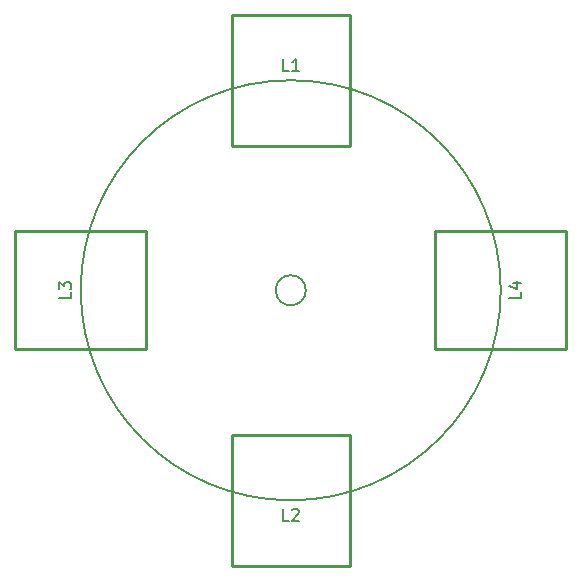
<source format=gbr>
G04 #@! TF.GenerationSoftware,KiCad,Pcbnew,5.0.2-bee76a0~70~ubuntu18.04.1*
G04 #@! TF.CreationDate,2019-06-27T14:31:57-07:00*
G04 #@! TF.ProjectId,stator_plate,73746174-6f72-45f7-906c-6174652e6b69,rev?*
G04 #@! TF.SameCoordinates,Original*
G04 #@! TF.FileFunction,Legend,Top*
G04 #@! TF.FilePolarity,Positive*
%FSLAX46Y46*%
G04 Gerber Fmt 4.6, Leading zero omitted, Abs format (unit mm)*
G04 Created by KiCad (PCBNEW 5.0.2-bee76a0~70~ubuntu18.04.1) date Thu 27 Jun 2019 02:31:57 PM PDT*
%MOMM*%
%LPD*%
G01*
G04 APERTURE LIST*
%ADD10C,0.200000*%
%ADD11C,0.254000*%
%ADD12C,0.203200*%
G04 APERTURE END LIST*
D10*
X144780000Y-101600000D02*
G75*
G03X144780000Y-101600000I-17780000J0D01*
G01*
X128270000Y-101600000D02*
G75*
G03X128270000Y-101600000I-1270000J0D01*
G01*
D11*
G04 #@! TO.C,L1*
X127000000Y-89357200D02*
X121996200Y-89357200D01*
X121996200Y-89357200D02*
X121996200Y-78282800D01*
X121996200Y-78282800D02*
X132003800Y-78282800D01*
X132003800Y-78282800D02*
X132003800Y-89357200D01*
X132003800Y-89357200D02*
X126974600Y-89357200D01*
G04 #@! TO.C,L2*
X127000000Y-113842800D02*
X132003800Y-113842800D01*
X132003800Y-113842800D02*
X132003800Y-124917200D01*
X132003800Y-124917200D02*
X121996200Y-124917200D01*
X121996200Y-124917200D02*
X121996200Y-113842800D01*
X121996200Y-113842800D02*
X127025400Y-113842800D01*
G04 #@! TO.C,L3*
X114757200Y-96596200D02*
X114757200Y-101625400D01*
X103682800Y-96596200D02*
X114757200Y-96596200D01*
X103682800Y-106603800D02*
X103682800Y-96596200D01*
X114757200Y-106603800D02*
X103682800Y-106603800D01*
X114757200Y-101600000D02*
X114757200Y-106603800D01*
G04 #@! TO.C,L4*
X139242800Y-106603800D02*
X139242800Y-101574600D01*
X150317200Y-106603800D02*
X139242800Y-106603800D01*
X150317200Y-96596200D02*
X150317200Y-106603800D01*
X139242800Y-96596200D02*
X150317200Y-96596200D01*
X139242800Y-101600000D02*
X139242800Y-96596200D01*
G04 #@! TO.C,L1*
D12*
X126830666Y-83009619D02*
X126346857Y-83009619D01*
X126346857Y-81993619D01*
X127701523Y-83009619D02*
X127120952Y-83009619D01*
X127411238Y-83009619D02*
X127411238Y-81993619D01*
X127314476Y-82138761D01*
X127217714Y-82235523D01*
X127120952Y-82283904D01*
G04 #@! TO.C,L2*
X126830666Y-121109619D02*
X126346857Y-121109619D01*
X126346857Y-120093619D01*
X127120952Y-120190380D02*
X127169333Y-120142000D01*
X127266095Y-120093619D01*
X127508000Y-120093619D01*
X127604761Y-120142000D01*
X127653142Y-120190380D01*
X127701523Y-120287142D01*
X127701523Y-120383904D01*
X127653142Y-120529047D01*
X127072571Y-121109619D01*
X127701523Y-121109619D01*
G04 #@! TO.C,L3*
X108409619Y-101769333D02*
X108409619Y-102253142D01*
X107393619Y-102253142D01*
X107393619Y-101527428D02*
X107393619Y-100898476D01*
X107780666Y-101237142D01*
X107780666Y-101092000D01*
X107829047Y-100995238D01*
X107877428Y-100946857D01*
X107974190Y-100898476D01*
X108216095Y-100898476D01*
X108312857Y-100946857D01*
X108361238Y-100995238D01*
X108409619Y-101092000D01*
X108409619Y-101382285D01*
X108361238Y-101479047D01*
X108312857Y-101527428D01*
G04 #@! TO.C,L4*
X146509619Y-101769333D02*
X146509619Y-102253142D01*
X145493619Y-102253142D01*
X145832285Y-100995238D02*
X146509619Y-100995238D01*
X145445238Y-101237142D02*
X146170952Y-101479047D01*
X146170952Y-100850095D01*
G04 #@! TD*
M02*

</source>
